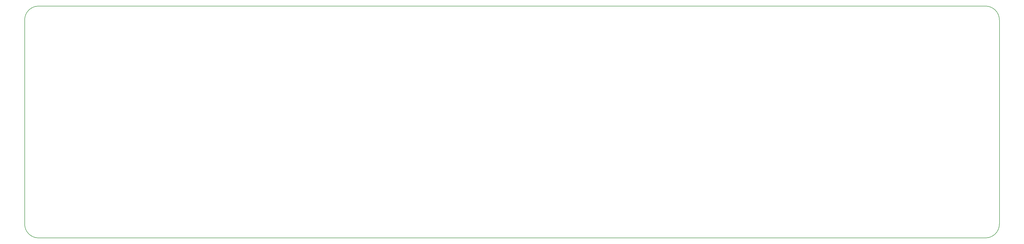
<source format=gm1>
G04 #@! TF.GenerationSoftware,KiCad,Pcbnew,7.0.1*
G04 #@! TF.CreationDate,2023-04-12T10:33:03-04:00*
G04 #@! TF.ProjectId,kastenwagen-1840-chunky,6b617374-656e-4776-9167-656e2d313834,rev?*
G04 #@! TF.SameCoordinates,Original*
G04 #@! TF.FileFunction,Profile,NP*
%FSLAX46Y46*%
G04 Gerber Fmt 4.6, Leading zero omitted, Abs format (unit mm)*
G04 Created by KiCad (PCBNEW 7.0.1) date 2023-04-12 10:33:03*
%MOMM*%
%LPD*%
G01*
G04 APERTURE LIST*
G04 #@! TA.AperFunction,Profile*
%ADD10C,0.200000*%
G04 #@! TD*
G04 APERTURE END LIST*
D10*
X360000000Y-93500000D02*
G75*
G03*
X365000000Y-88500000I0J5000000D01*
G01*
X14500000Y-88500000D02*
G75*
G03*
X19500000Y-93500000I5000000J0D01*
G01*
X19500000Y-93500000D02*
X360000000Y-93500000D01*
X19500000Y-10000000D02*
G75*
G03*
X14500000Y-15000000I0J-5000000D01*
G01*
X14500000Y-15000000D02*
X14500000Y-88500000D01*
X19500000Y-10000000D02*
X360000000Y-10000000D01*
X365000000Y-15000000D02*
X365000000Y-88500000D01*
X365000000Y-15000000D02*
G75*
G03*
X360000000Y-10000000I-5000000J0D01*
G01*
M02*

</source>
